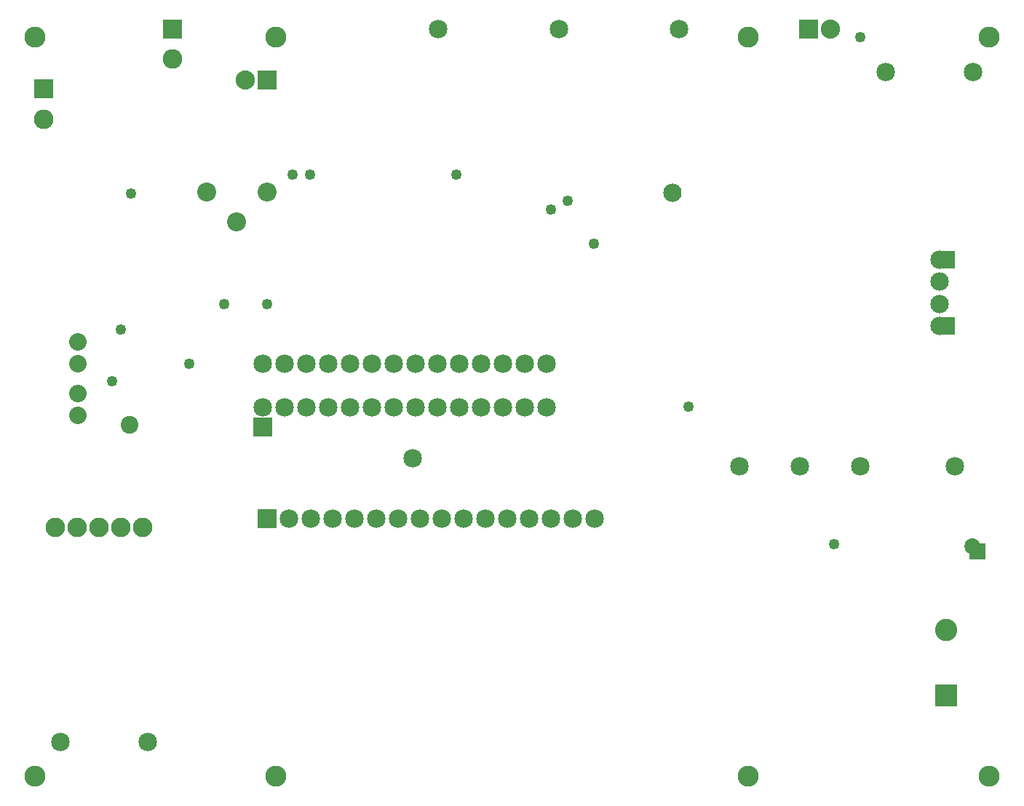
<source format=gts>
G04 MADE WITH FRITZING*
G04 WWW.FRITZING.ORG*
G04 DOUBLE SIDED*
G04 HOLES PLATED*
G04 CONTOUR ON CENTER OF CONTOUR VECTOR*
%ASAXBY*%
%FSLAX23Y23*%
%MOIN*%
%OFA0B0*%
%SFA1.0B1.0*%
%ADD10C,0.096614*%
%ADD11C,0.049370*%
%ADD12C,0.090000*%
%ADD13C,0.088000*%
%ADD14C,0.072992*%
%ADD15C,0.085000*%
%ADD16C,0.102000*%
%ADD17C,0.086772*%
%ADD18C,0.080000*%
%ADD19C,0.080925*%
%ADD20C,0.080866*%
%ADD21C,0.089370*%
%ADD22C,0.084472*%
%ADD23C,0.084000*%
%ADD24R,0.090000X0.090000*%
%ADD25R,0.088000X0.088000*%
%ADD26R,0.072992X0.072992*%
%ADD27R,0.102000X0.102000*%
%ADD28R,0.085000X0.085000*%
%ADD29R,0.084108X0.084472*%
%LNMASK1*%
G90*
G70*
G54D10*
X1241Y3672D03*
X3406Y3672D03*
X3406Y286D03*
X1241Y286D03*
X139Y3672D03*
X139Y286D03*
X4509Y286D03*
X4509Y3672D03*
G54D11*
X493Y2097D03*
X579Y2956D03*
X2068Y3042D03*
X3131Y1979D03*
X3918Y3672D03*
X3800Y1349D03*
X532Y2333D03*
X2580Y2924D03*
X847Y2176D03*
X2501Y2884D03*
X2698Y2727D03*
X1202Y2451D03*
X1005Y2451D03*
X1320Y3042D03*
X1398Y3042D03*
G54D12*
X178Y3435D03*
X178Y3298D03*
X768Y3711D03*
X768Y3573D03*
G54D13*
X1202Y3475D03*
X1102Y3475D03*
G54D14*
X4434Y1339D03*
X4434Y1339D03*
G54D15*
X4351Y1705D03*
X4351Y1705D03*
G54D16*
X4312Y655D03*
X4312Y955D03*
G54D17*
X1202Y2963D03*
X926Y2963D03*
X1064Y2825D03*
G54D15*
X1869Y1742D03*
X1869Y1742D03*
G54D18*
X335Y1939D03*
X335Y2039D03*
G54D15*
X257Y443D03*
X657Y443D03*
G54D18*
X335Y2176D03*
X335Y2276D03*
G54D15*
X1183Y1976D03*
X1183Y2176D03*
X1283Y1976D03*
X1283Y2176D03*
X1383Y1976D03*
X1383Y2176D03*
X1483Y1976D03*
X1483Y2176D03*
X1583Y1976D03*
X1583Y2176D03*
X1683Y1976D03*
X1683Y2176D03*
X1783Y1976D03*
X1783Y2176D03*
X1883Y1976D03*
X1883Y2176D03*
X1983Y1976D03*
X1983Y2176D03*
X2083Y1976D03*
X2083Y2176D03*
X2183Y1976D03*
X2183Y2176D03*
X2283Y1976D03*
X2283Y2176D03*
X2383Y1976D03*
X2383Y2176D03*
X2483Y1976D03*
X2483Y2176D03*
G54D19*
X572Y1898D03*
G54D20*
X572Y1898D03*
G54D21*
X232Y1428D03*
X332Y1428D03*
X432Y1428D03*
X532Y1428D03*
X632Y1428D03*
G54D15*
X4036Y3514D03*
X4436Y3514D03*
G54D13*
X3682Y3711D03*
X3782Y3711D03*
G54D22*
X4284Y2652D03*
X4284Y2652D03*
X4284Y2552D03*
X4284Y2552D03*
X4284Y2451D03*
X4284Y2451D03*
X4284Y2351D03*
X4284Y2351D03*
X4284Y2652D03*
X4284Y2652D03*
X4284Y2552D03*
X4284Y2552D03*
X4284Y2451D03*
X4284Y2451D03*
X4284Y2351D03*
X4284Y2351D03*
G54D23*
X3059Y2960D03*
X3059Y2960D03*
X3059Y2960D03*
X3059Y2960D03*
G54D15*
X2538Y3711D03*
X2538Y3711D03*
X1987Y3711D03*
X1987Y3711D03*
X3089Y3711D03*
X3089Y3711D03*
X3918Y1705D03*
X3918Y1705D03*
X3643Y1705D03*
X3643Y1705D03*
X3367Y1705D03*
X3367Y1705D03*
X1202Y1467D03*
X1302Y1467D03*
X1402Y1467D03*
X1502Y1467D03*
X1602Y1467D03*
X1702Y1467D03*
X1802Y1467D03*
X1902Y1467D03*
X2002Y1467D03*
X2102Y1467D03*
X2202Y1467D03*
X2302Y1467D03*
X2402Y1467D03*
X2502Y1467D03*
X2602Y1467D03*
X2702Y1467D03*
G54D24*
X178Y3435D03*
X768Y3711D03*
G54D25*
X1202Y3475D03*
G54D26*
X4457Y1315D03*
G54D27*
X4312Y655D03*
G54D28*
X1183Y1888D03*
G54D25*
X3682Y3711D03*
G54D29*
X4312Y2652D03*
X4312Y2652D03*
X4312Y2351D03*
G54D28*
X1201Y1467D03*
G04 End of Mask1*
M02*
</source>
